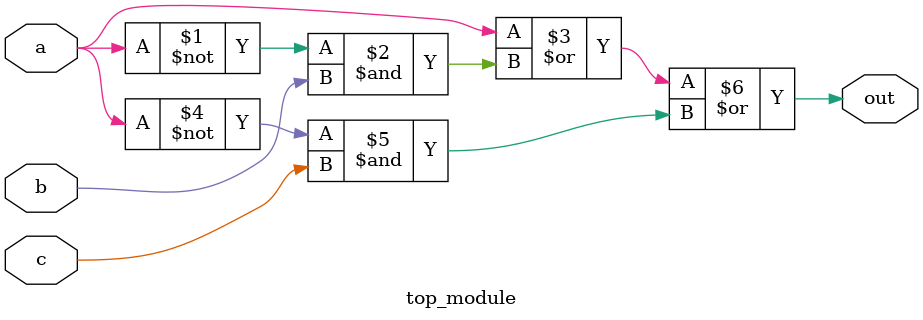
<source format=v>
module top_module(
    input a,
    input b,
    input c,
    output out  ); 

    assign out = a | ((~a)&b) | ((~a)&c);
    
endmodule

</source>
